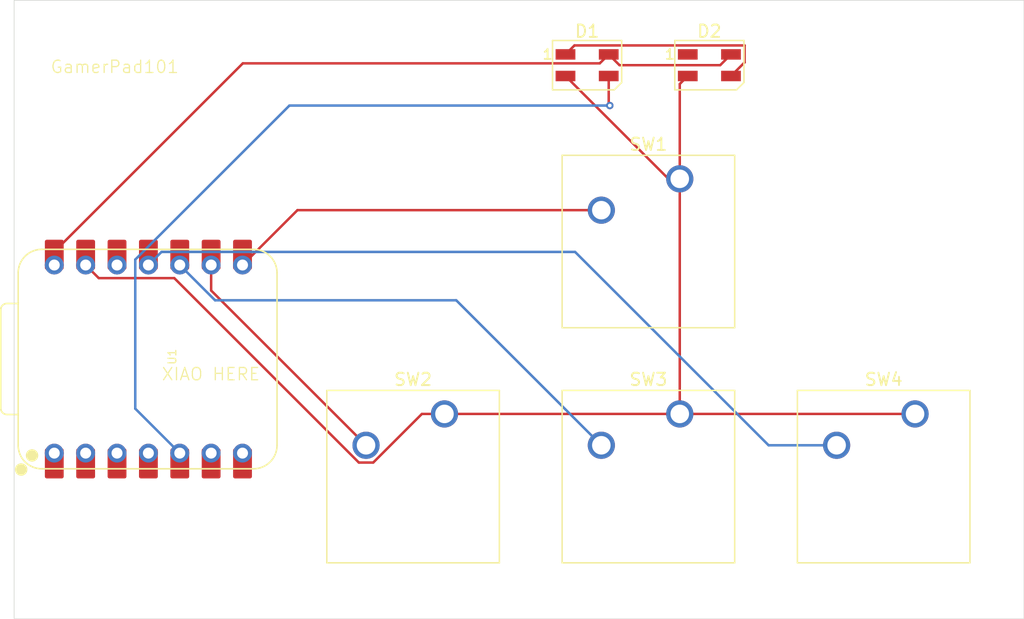
<source format=kicad_pcb>
(kicad_pcb (version 20241229) (generator "pcbnew") (generator_version "9.0")
  (layers (0 "F.Cu" signal) (2 "B.Cu" signal) (13 "F.Paste" user) (15 "B.Paste" user) (5 "F.SilkS" user "F.Silkscreen") (7 "B.SilkS" user "B.Silkscreen") (1 "F.Mask" user) (3 "B.Mask" user) (25 "Edge.Cuts" user))
  (net 0 "")
  (net 1 "Net-(D1-DOUT)")
  (net 2 "+5V")
  (net 3 "GND")
  (net 4 "Net-(D1-DIN)")
  (net 6 "Net-(U1-GPIO1{slash}RX)")
  (net 7 "Net-(U1-GPIO2{slash}SCK)")
  (net 8 "Net-(U1-GPIO4{slash}MISO)")
  (net 9 "Net-(U1-GPIO3{slash}MOSI)")
  (footprint "Button_Switch_Keyboard:SW_Cherry_MX_1.00u_PCB" (layer "F.Cu") (at 140.6525 106.83875)
    (property "Reference" "SW2" (at -2.54 -2.794 0) (layer "F.SilkS"))
    (property "Value" "SW_Push")
    (fp_line (start -9.525 -1.905) (end 4.445 -1.905) (stroke (width 0.12)) (layer "F.SilkS"))
    (fp_line (start -9.525 12.065) (end -9.525 -1.905) (stroke (width 0.12)) (layer "F.SilkS"))
    (fp_line (start 4.445 -1.905) (end 4.445 12.065) (stroke (width 0.12)) (layer "F.SilkS"))
    (fp_line (start 4.445 12.065) (end -9.525 12.065) (stroke (width 0.12)) (layer "F.SilkS"))
    (pad "" np_thru_hole circle (at -7.62 5.08) (size 1.7 1.7) (drill 1.7) (layers "*.Cu" "*.Mask"))
    (pad "" np_thru_hole circle (at -2.54 5.08) (size 4 4) (drill 4) (layers "*.Cu" "*.Mask"))
    (pad "" np_thru_hole circle (at 2.54 5.08) (size 1.7 1.7) (drill 1.7) (layers "*.Cu" "*.Mask"))
    (pad "1" thru_hole circle (at 0 0) (size 2.2 2.2) (drill 1.5) (layers "*.Cu" "*.Mask") (net 3 "GND"))
    (pad "2" thru_hole circle (at -6.35 2.54) (size 2.2 2.2) (drill 1.5) (layers "*.Cu" "*.Mask") (net 7 "Net-(U1-GPIO2{slash}SCK)"))
  )
  (footprint "Button_Switch_Keyboard:SW_Cherry_MX_1.00u_PCB" (layer "F.Cu") (at 159.7025 87.78875)
    (property "Reference" "SW1" (at -2.54 -2.794 0) (layer "F.SilkS"))
    (property "Value" "SW_Push")
    (fp_line (start -9.525 -1.905) (end 4.445 -1.905) (stroke (width 0.12)) (layer "F.SilkS"))
    (fp_line (start -9.525 12.065) (end -9.525 -1.905) (stroke (width 0.12)) (layer "F.SilkS"))
    (fp_line (start 4.445 -1.905) (end 4.445 12.065) (stroke (width 0.12)) (layer "F.SilkS"))
    (fp_line (start 4.445 12.065) (end -9.525 12.065) (stroke (width 0.12)) (layer "F.SilkS"))
    (pad "" np_thru_hole circle (at -7.62 5.08) (size 1.7 1.7) (drill 1.7) (layers "*.Cu" "*.Mask"))
    (pad "" np_thru_hole circle (at -2.54 5.08) (size 4 4) (drill 4) (layers "*.Cu" "*.Mask"))
    (pad "" np_thru_hole circle (at 2.54 5.08) (size 1.7 1.7) (drill 1.7) (layers "*.Cu" "*.Mask"))
    (pad "1" thru_hole circle (at 0 0) (size 2.2 2.2) (drill 1.5) (layers "*.Cu" "*.Mask") (net 3 "GND"))
    (pad "2" thru_hole circle (at -6.35 2.54) (size 2.2 2.2) (drill 1.5) (layers "*.Cu" "*.Mask") (net 6 "Net-(U1-GPIO1{slash}RX)"))
  )
  (footprint "Button_Switch_Keyboard:SW_Cherry_MX_1.00u_PCB" (layer "F.Cu") (at 178.7525 106.83875)
    (property "Reference" "SW4" (at -2.54 -2.794 0) (layer "F.SilkS"))
    (property "Value" "SW_Push")
    (fp_line (start -9.525 -1.905) (end 4.445 -1.905) (stroke (width 0.12)) (layer "F.SilkS"))
    (fp_line (start -9.525 12.065) (end -9.525 -1.905) (stroke (width 0.12)) (layer "F.SilkS"))
    (fp_line (start 4.445 -1.905) (end 4.445 12.065) (stroke (width 0.12)) (layer "F.SilkS"))
    (fp_line (start 4.445 12.065) (end -9.525 12.065) (stroke (width 0.12)) (layer "F.SilkS"))
    (pad "" np_thru_hole circle (at -7.62 5.08) (size 1.7 1.7) (drill 1.7) (layers "*.Cu" "*.Mask"))
    (pad "" np_thru_hole circle (at -2.54 5.08) (size 4 4) (drill 4) (layers "*.Cu" "*.Mask"))
    (pad "" np_thru_hole circle (at 2.54 5.08) (size 1.7 1.7) (drill 1.7) (layers "*.Cu" "*.Mask"))
    (pad "1" thru_hole circle (at 0 0) (size 2.2 2.2) (drill 1.5) (layers "*.Cu" "*.Mask") (net 3 "GND"))
    (pad "2" thru_hole circle (at -6.35 2.54) (size 2.2 2.2) (drill 1.5) (layers "*.Cu" "*.Mask") (net 9 "Net-(U1-GPIO3{slash}MOSI)"))
  )
  (footprint "Button_Switch_Keyboard:SW_Cherry_MX_1.00u_PCB" (layer "F.Cu") (at 159.7025 106.83875)
    (property "Reference" "SW3" (at -2.54 -2.794 0) (layer "F.SilkS"))
    (property "Value" "SW_Push")
    (fp_line (start -9.525 -1.905) (end 4.445 -1.905) (stroke (width 0.12)) (layer "F.SilkS"))
    (fp_line (start -9.525 12.065) (end -9.525 -1.905) (stroke (width 0.12)) (layer "F.SilkS"))
    (fp_line (start 4.445 -1.905) (end 4.445 12.065) (stroke (width 0.12)) (layer "F.SilkS"))
    (fp_line (start 4.445 12.065) (end -9.525 12.065) (stroke (width 0.12)) (layer "F.SilkS"))
    (pad "" np_thru_hole circle (at -7.62 5.08) (size 1.7 1.7) (drill 1.7) (layers "*.Cu" "*.Mask"))
    (pad "" np_thru_hole circle (at -2.54 5.08) (size 4 4) (drill 4) (layers "*.Cu" "*.Mask"))
    (pad "" np_thru_hole circle (at 2.54 5.08) (size 1.7 1.7) (drill 1.7) (layers "*.Cu" "*.Mask"))
    (pad "1" thru_hole circle (at 0 0) (size 2.2 2.2) (drill 1.5) (layers "*.Cu" "*.Mask") (net 3 "GND"))
    (pad "2" thru_hole circle (at -6.35 2.54) (size 2.2 2.2) (drill 1.5) (layers "*.Cu" "*.Mask") (net 8 "Net-(U1-GPIO4{slash}MISO)"))
  )
  (footprint "LED_SMD:LED_SK6812MINI_PLCC4_3.5x3.5mm_P1.75mm" (layer "F.Cu") (at 162.1 78.58125)
    (property "Reference" "D2" (at 0 -2.75 0) (layer "F.SilkS"))
    (property "Value" "SK6812MINI")
    (fp_line (start -2.8 -2) (end -2.8 2) (stroke (width 0.12)) (layer "F.SilkS"))
    (fp_line (start -2.8 -2) (end 2.8 -2) (stroke (width 0.12)) (layer "F.SilkS"))
    (fp_line (start -2.8 2) (end 2.2 2) (stroke (width 0.12)) (layer "F.SilkS"))
    (fp_line (start 2.8 1.4) (end 2.2 2) (stroke (width 0.12)) (layer "F.SilkS"))
    (fp_line (start 2.8 1.4) (end 2.8 -2) (stroke (width 0.12)) (layer "F.SilkS"))
    (fp_text user "1" (at -3.2 -0.875 0) (layer "F.SilkS") (effects (font (size 0.8 0.8))))
    (pad "1" smd rect (at -1.75 -0.875) (size 1.6 0.85) (layers "F.Cu" "F.Mask" "F.Paste"))
    (pad "2" smd rect (at -1.75 0.875) (size 1.6 0.85) (layers "F.Cu" "F.Mask" "F.Paste") (net 3 "GND"))
    (pad "3" smd rect (at 1.75 0.875) (size 1.6 0.85) (layers "F.Cu" "F.Mask" "F.Paste") (net 1 "Net-(D1-DOUT)"))
    (pad "4" smd rect (at 1.75 -0.875) (size 1.6 0.85) (layers "F.Cu" "F.Mask" "F.Paste") (net 2 "+5V"))
  )
  (footprint "LED_SMD:LED_SK6812MINI_PLCC4_3.5x3.5mm_P1.75mm" (layer "F.Cu") (at 152.2 78.58125)
    (property "Reference" "D1" (at 0 -2.75 0) (layer "F.SilkS"))
    (property "Value" "SK6812MINI")
    (fp_line (start -2.8 -2) (end -2.8 2) (stroke (width 0.12)) (layer "F.SilkS"))
    (fp_line (start -2.8 -2) (end 2.8 -2) (stroke (width 0.12)) (layer "F.SilkS"))
    (fp_line (start -2.8 2) (end 2.2 2) (stroke (width 0.12)) (layer "F.SilkS"))
    (fp_line (start 2.8 1.4) (end 2.2 2) (stroke (width 0.12)) (layer "F.SilkS"))
    (fp_line (start 2.8 1.4) (end 2.8 -2) (stroke (width 0.12)) (layer "F.SilkS"))
    (fp_text user "1" (at -3.2 -0.875 0) (layer "F.SilkS") (effects (font (size 0.8 0.8))))
    (pad "1" smd rect (at -1.75 -0.875) (size 1.6 0.85) (layers "F.Cu" "F.Mask" "F.Paste") (net 1 "Net-(D1-DOUT)"))
    (pad "2" smd rect (at -1.75 0.875) (size 1.6 0.85) (layers "F.Cu" "F.Mask" "F.Paste") (net 3 "GND"))
    (pad "3" smd rect (at 1.75 0.875) (size 1.6 0.85) (layers "F.Cu" "F.Mask" "F.Paste") (net 4 "Net-(D1-DIN)"))
    (pad "4" smd rect (at 1.75 -0.875) (size 1.6 0.85) (layers "F.Cu" "F.Mask" "F.Paste") (net 2 "+5V"))
  )
  (footprint "OBL:XIAO-RP2040-DIP" (layer "F.Cu") (at 116.68125 102.39375 90)
    (property "Reference" "U1" (at 0.18375 1.92875 90) (layer "F.SilkS") (effects (font (size 0.635 0.635) (thickness 0.1016))))
    (property "Value" "XIAO-RP2040-DIP")
    (fp_line (start -3.991272 -11.951) (end 4.004 -11.951) (stroke (width 0.127)) (layer "F.SilkS"))
    (fp_line (start 4.504 -11.451) (end 4.504 -10.541) (stroke (width 0.127)) (layer "F.SilkS"))
    (fp_line (start 6.985 -10.541) (end -6.985 -10.541) (stroke (width 0.1)) (layer "F.SilkS"))
    (fp_line (start 6.985 -10.541) (end -6.985 -10.541) (stroke (width 0.127)) (layer "F.SilkS"))
    (fp_line (start -4.495 -10.541) (end -4.491272 -11.451272) (stroke (width 0.127)) (layer "F.SilkS"))
    (fp_line (start 8.89 8.509) (end 8.89 -8.636) (stroke (width 0.127)) (layer "F.SilkS"))
    (fp_line (start -8.89 8.509) (end -8.89 -8.636) (stroke (width 0.127)) (layer "F.SilkS"))
    (fp_line (start -6.985 10.414) (end 6.985 10.414) (stroke (width 0.127)) (layer "F.SilkS"))
    (fp_arc (start 4.004 -11.951) (mid 4.357553 -11.804553) (end 4.504 -11.451) (stroke (width 0.127)) (layer "F.SilkS"))
    (fp_arc (start -4.491272 -11.451272) (mid -4.344728 -11.80464) (end -3.991272 -11.951) (stroke (width 0.127)) (layer "F.SilkS"))
    (fp_arc (start 6.985 -10.541) (mid 8.332038 -9.983038) (end 8.89 -8.636) (stroke (width 0.127)) (layer "F.SilkS"))
    (fp_arc (start -8.89 -8.636) (mid -8.332038 -9.983038) (end -6.985 -10.541) (stroke (width 0.127)) (layer "F.SilkS"))
    (fp_arc (start 8.89 8.509) (mid 8.332038 9.856038) (end 6.985 10.414) (stroke (width 0.127)) (layer "F.SilkS"))
    (fp_arc (start -6.985 10.414) (mid -8.332038 9.856038) (end -8.89 8.509) (stroke (width 0.127)) (layer "F.SilkS"))
    (fp_circle (center -8.95 -10.3) (end -8.95 -10.554) (stroke (width 0.5)) (fill yes) (layer "F.SilkS"))
    (fp_circle (center -7.807 -9.42) (end -7.807 -9.674) (stroke (width 0.5)) (fill yes) (layer "F.SilkS"))
    (pad "1" smd roundrect (at -8.455 -7.62 270) (size 2.432 1.524) (layers "F.Cu" "F.Mask") (roundrect_rratio 0.1))
    (pad "1" thru_hole circle (at -7.62 -7.62 270) (size 1.524 1.524) (drill 0.889) (layers "*.Cu" "*.Mask"))
    (pad "2" smd roundrect (at -8.455 -5.08 270) (size 2.432 1.524) (layers "F.Cu" "F.Mask") (roundrect_rratio 0.1))
    (pad "2" thru_hole circle (at -7.62 -5.08 270) (size 1.524 1.524) (drill 0.889) (layers "*.Cu" "*.Mask"))
    (pad "3" smd roundrect (at -8.455 -2.54 270) (size 2.432 1.524) (layers "F.Cu" "F.Mask") (roundrect_rratio 0.1))
    (pad "3" thru_hole circle (at -7.62 -2.54 270) (size 1.524 1.524) (drill 0.889) (layers "*.Cu" "*.Mask"))
    (pad "4" smd roundrect (at -8.455 0 270) (size 2.432 1.524) (layers "F.Cu" "F.Mask") (roundrect_rratio 0.1))
    (pad "4" thru_hole circle (at -7.62 0 270) (size 1.524 1.524) (drill 0.889) (layers "*.Cu" "*.Mask"))
    (pad "5" smd roundrect (at -8.455 2.54 270) (size 2.432 1.524) (layers "F.Cu" "F.Mask") (roundrect_rratio 0.1) (net 4 "Net-(D1-DIN)"))
    (pad "5" thru_hole circle (at -7.62 2.54 270) (size 1.524 1.524) (drill 0.889) (layers "*.Cu" "*.Mask") (net 4 "Net-(D1-DIN)"))
    (pad "6" smd roundrect (at -8.455 5.08 270) (size 2.432 1.524) (layers "F.Cu" "F.Mask") (roundrect_rratio 0.1))
    (pad "6" thru_hole circle (at -7.62 5.08 270) (size 1.524 1.524) (drill 0.889) (layers "*.Cu" "*.Mask"))
    (pad "7" smd roundrect (at -8.455 7.62 270) (size 2.432 1.524) (layers "F.Cu" "F.Mask") (roundrect_rratio 0.1))
    (pad "7" thru_hole circle (at -7.62 7.62 270) (size 1.524 1.524) (drill 0.889) (layers "*.Cu" "*.Mask"))
    (pad "8" thru_hole circle (at 7.62 7.62 90) (size 1.524 1.524) (drill 0.889) (layers "*.Cu" "*.Mask") (net 6 "Net-(U1-GPIO1{slash}RX)"))
    (pad "8" smd roundrect (at 8.455 7.62 90) (size 2.432 1.524) (layers "F.Cu" "F.Mask") (roundrect_rratio 0.1) (net 6 "Net-(U1-GPIO1{slash}RX)"))
    (pad "9" thru_hole circle (at 7.62 5.08 90) (size 1.524 1.524) (drill 0.889) (layers "*.Cu" "*.Mask") (net 7 "Net-(U1-GPIO2{slash}SCK)"))
    (pad "9" smd roundrect (at 8.455 5.08 90) (size 2.432 1.524) (layers "F.Cu" "F.Mask") (roundrect_rratio 0.1) (net 7 "Net-(U1-GPIO2{slash}SCK)"))
    (pad "10" thru_hole circle (at 7.62 2.54 90) (size 1.524 1.524) (drill 0.889) (layers "*.Cu" "*.Mask") (net 8 "Net-(U1-GPIO4{slash}MISO)"))
    (pad "10" smd roundrect (at 8.455 2.54 90) (size 2.432 1.524) (layers "F.Cu" "F.Mask") (roundrect_rratio 0.1) (net 8 "Net-(U1-GPIO4{slash}MISO)"))
    (pad "11" thru_hole circle (at 7.62 0 90) (size 1.524 1.524) (drill 0.889) (layers "*.Cu" "*.Mask") (net 9 "Net-(U1-GPIO3{slash}MOSI)"))
    (pad "11" smd roundrect (at 8.455 0 90) (size 2.432 1.524) (layers "F.Cu" "F.Mask") (roundrect_rratio 0.1) (net 9 "Net-(U1-GPIO3{slash}MOSI)"))
    (pad "12" thru_hole circle (at 7.62 -2.54 90) (size 1.524 1.524) (drill 0.889) (layers "*.Cu" "*.Mask"))
    (pad "12" smd roundrect (at 8.455 -2.54 90) (size 2.432 1.524) (layers "F.Cu" "F.Mask") (roundrect_rratio 0.1))
    (pad "13" thru_hole circle (at 7.62 -5.08 90) (size 1.524 1.524) (drill 0.889) (layers "*.Cu" "*.Mask") (net 3 "GND"))
    (pad "13" smd roundrect (at 8.455 -5.08 90) (size 2.432 1.524) (layers "F.Cu" "F.Mask") (roundrect_rratio 0.1) (net 3 "GND"))
    (pad "14" thru_hole circle (at 7.62 -7.62 90) (size 1.524 1.524) (drill 0.889) (layers "*.Cu" "*.Mask") (net 2 "+5V"))
    (pad "14" smd roundrect (at 8.455 -7.62 90) (size 2.432 1.524) (layers "F.Cu" "F.Mask") (roundrect_rratio 0.1) (net 2 "+5V"))
  )
  (gr_rect (start 105.8125 73.32375) (end 187.56875 123.43) (stroke (width 0.05)) (fill no) (layer "Edge.Cuts"))
  (gr_text "GamerPad101" (at 108.7 79.3 0) (layer "F.SilkS") (effects (font (size 1 1) (thickness 0.1)) (justify left bottom)))
  (gr_text "XIAO HERE" (at 117.7 104.2 0) (layer "F.SilkS") (effects (font (size 1 1) (thickness 0.1)) (justify left bottom)))
  (segment (start 164.951 78.35525) (end 164.951 76.98025) (width 0.2) (layer "F.Cu") (net 1))
  (segment (start 163.85 79.45625) (end 164.951 78.35525) (width 0.2) (layer "F.Cu") (net 1))
  (segment (start 164.951 76.98025) (end 151.176 76.98025) (width 0.2) (layer "F.Cu") (net 1))
  (segment (start 151.176 76.98025) (end 150.45 77.70625) (width 0.2) (layer "F.Cu") (net 1))
  (segment (start 153.95 77.70625) (end 154.825 78.58125) (width 0.2) (layer "F.Cu") (net 2))
  (segment (start 154.825 78.58125) (end 162.975 78.58125) (width 0.2) (layer "F.Cu") (net 2))
  (segment (start 153.224 78.43225) (end 153.95 77.70625) (width 0.2) (layer "F.Cu") (net 2))
  (segment (start 109.06125 93.69612) (end 124.32512 78.43225) (width 0.2) (layer "F.Cu") (net 2))
  (segment (start 124.32512 78.43225) (end 153.224 78.43225) (width 0.2) (layer "F.Cu") (net 2))
  (segment (start 109.06125 94.77375) (end 109.06125 93.69612) (width 0.2) (layer "F.Cu") (net 2))
  (segment (start 162.975 78.58125) (end 163.85 77.70625) (width 0.2) (layer "F.Cu") (net 2))
  (segment (start 159.7025 87.78875) (end 159.7025 80.10375) (width 0.2) (layer "F.Cu") (net 3))
  (segment (start 158.7825 87.78875) (end 150.45 79.45625) (width 0.2) (layer "F.Cu") (net 3))
  (segment (start 133.722186 110.77975) (end 118.779186 95.83675) (width 0.2) (layer "F.Cu") (net 3))
  (segment (start 140.6525 106.83875) (end 178.7525 106.83875) (width 0.2) (layer "F.Cu") (net 3))
  (segment (start 159.7025 80.10375) (end 160.35 79.45625) (width 0.2) (layer "F.Cu") (net 3))
  (segment (start 159.7025 106.83875) (end 159.7025 87.78875) (width 0.2) (layer "F.Cu") (net 3))
  (segment (start 134.882814 110.77975) (end 133.722186 110.77975) (width 0.2) (layer "F.Cu") (net 3))
  (segment (start 138.823814 106.83875) (end 134.882814 110.77975) (width 0.2) (layer "F.Cu") (net 3))
  (segment (start 159.7025 87.78875) (end 158.7825 87.78875) (width 0.2) (layer "F.Cu") (net 3))
  (segment (start 112.66425 95.83675) (end 111.60125 94.77375) (width 0.2) (layer "F.Cu") (net 3))
  (segment (start 118.779186 95.83675) (end 112.66425 95.83675) (width 0.2) (layer "F.Cu") (net 3))
  (segment (start 140.6525 106.83875) (end 138.823814 106.83875) (width 0.2) (layer "F.Cu") (net 3))
  (segment (start 153.95 81.7625) (end 154.0375 81.85) (width 0.2) (layer "F.Cu") (net 4))
  (segment (start 153.95 79.45625) (end 153.95 81.7625) (width 0.2) (layer "F.Cu") (net 4))
  (segment (start 154.0375 81.85) (end 153.9625 81.85) (width 0.2) (layer "F.Cu") (net 4))
  (segment (start 153.9625 81.85) (end 153.95 81.8375) (width 0.2) (layer "F.Cu") (net 4))
  (via (at 154.0375 81.85) (size 0.6) (drill 0.3) (layers "F.Cu" "B.Cu") (net 4))
  (segment (start 128.10169 81.85) (end 115.61825 94.33344) (width 0.2) (layer "B.Cu") (net 4))
  (segment (start 115.61825 106.41075) (end 119.22125 110.01375) (width 0.2) (layer "B.Cu") (net 4))
  (segment (start 154.0375 81.85) (end 128.10169 81.85) (width 0.2) (layer "B.Cu") (net 4))
  (segment (start 115.61825 94.33344) (end 115.61825 106.41075) (width 0.2) (layer "B.Cu") (net 4))
  (segment (start 154.0375 81.85) (end 154.151 81.9635) (width 0.2) (layer "B.Cu") (net 4))
  (segment (start 128.74625 90.32875) (end 124.30125 94.77375) (width 0.2) (layer "F.Cu") (net 6))
  (segment (start 153.3525 90.32875) (end 128.74625 90.32875) (width 0.2) (layer "F.Cu") (net 6))
  (segment (start 134.3025 109.37875) (end 121.76125 96.8375) (width 0.2) (layer "F.Cu") (net 7))
  (segment (start 121.76125 96.8375) (end 121.76125 94.77375) (width 0.2) (layer "F.Cu") (net 7))
  (segment (start 141.605 97.63125) (end 153.3525 109.37875) (width 0.2) (layer "B.Cu") (net 8))
  (segment (start 119.22125 94.77375) (end 122.07875 97.63125) (width 0.2) (layer "B.Cu") (net 8))
  (segment (start 122.07875 97.63125) (end 141.605 97.63125) (width 0.2) (layer "B.Cu") (net 8))
  (segment (start 151.22603 93.71075) (end 166.89403 109.37875) (width 0.2) (layer "B.Cu") (net 9))
  (segment (start 116.68125 94.77375) (end 117.74425 93.71075) (width 0.2) (layer "B.Cu") (net 9))
  (segment (start 117.74425 93.71075) (end 151.22603 93.71075) (width 0.2) (layer "B.Cu") (net 9))
  (segment (start 166.89403 109.37875) (end 172.4025 109.37875) (width 0.2) (layer "B.Cu") (net 9))
)
</source>
